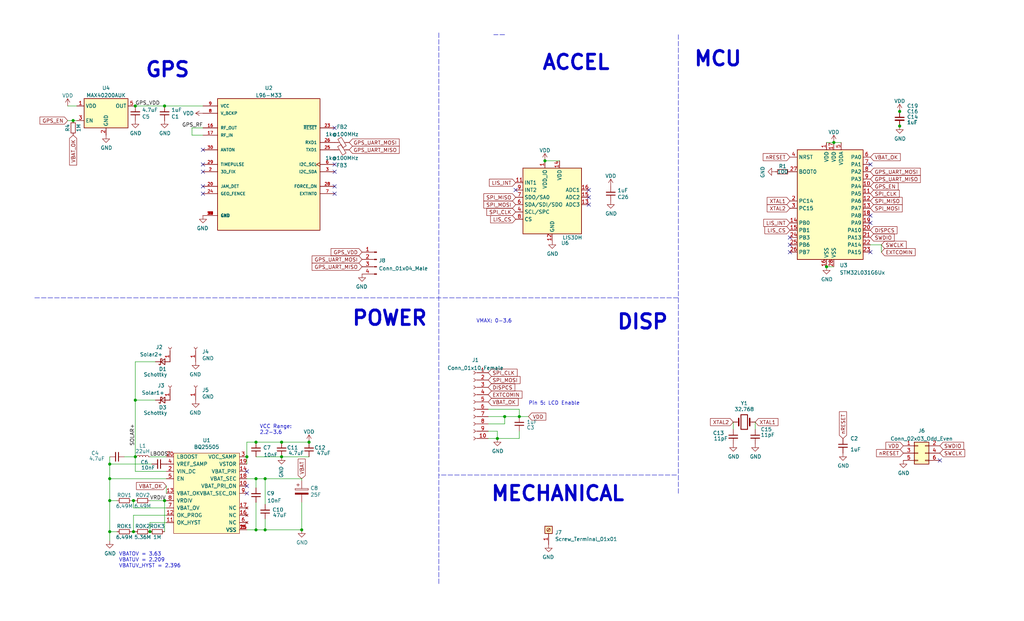
<source format=kicad_sch>
(kicad_sch (version 20211123) (generator eeschema)
  (paper "USLegal")
  (lib_symbols
    (symbol "Analog_Switch:MAX40200AUK"
      (property "Reference" "U" (at -6.35 6.35 0))
      (property "Value" "MAX40200AUK" (at 7.62 6.35 0))
      (symbol "MAX40200AUK_1_1"
        (rectangle (start -7.62 -5.08) (end 7.62 5.08) (stroke (width 0.254)) (fill (type background)))
        (pin power_in line (at -10.16 2.54 0) (length 2.54) (name "VDD") (number "1"))
        (pin power_in line (at 0 -7.62 90) (length 2.54) (name "GND") (number "2"))
        (pin input line (at -10.16 -2.54 0) (length 2.54) (name "EN") (number "3"))
        (pin no_connect line (at 7.62 -2.54 180) (length 2.54) hide (name "NC") (number "4"))
        (pin passive line (at 10.16 2.54 180) (length 2.54) (name "OUT") (number "5"))
      )
    )
    (symbol "Connector:Conn_01x01_Female" (pin_names (offset 1.016) hide)
      (property "Reference" "J" (at 0 2.54 0))
      (property "Value" "Conn_01x01_Female" (at 0 -2.54 0))
      (symbol "Conn_01x01_Female_1_1"
        (polyline (pts (xy -1.27 0) (xy -0.508 0)) (stroke (width 0.1524)))
        (arc (start 0 0.508) (mid -0.508 0) (end 0 -0.508) (stroke (width 0.1524)))
        (pin passive line (at -5.08 0 0) (length 3.81) (name "Pin_1") (number "1"))
      )
    )
    (symbol "Connector:Conn_01x04_Male" (pin_names (offset 1.016) hide)
      (property "Reference" "J" (at 0 5.08 0))
      (property "Value" "Conn_01x04_Male" (at 0 -7.62 0))
      (symbol "Conn_01x04_Male_1_1"
        (polyline (pts (xy 1.27 -5.08) (xy 0.8636 -5.08)) (stroke (width 0.1524)))
        (polyline (pts (xy 1.27 -2.54) (xy 0.8636 -2.54)) (stroke (width 0.1524)))
        (polyline (pts (xy 1.27 0) (xy 0.8636 0)) (stroke (width 0.1524)))
        (polyline (pts (xy 1.27 2.54) (xy 0.8636 2.54)) (stroke (width 0.1524)))
        (rectangle (start 0.8636 -4.953) (end 0 -5.207) (stroke (width 0.1524)) (fill (type outline)))
        (rectangle (start 0.8636 -2.413) (end 0 -2.667) (stroke (width 0.1524)) (fill (type outline)))
        (rectangle (start 0.8636 0.127) (end 0 -0.127) (stroke (width 0.1524)) (fill (type outline)))
        (rectangle (start 0.8636 2.667) (end 0 2.413) (stroke (width 0.1524)) (fill (type outline)))
        (pin passive line (at 5.08 2.54 180) (length 3.81) (name "Pin_1") (number "1"))
        (pin passive line (at 5.08 0 180) (length 3.81) (name "Pin_2") (number "2"))
        (pin passive line (at 5.08 -2.54 180) (length 3.81) (name "Pin_3") (number "3"))
        (pin passive line (at 5.08 -5.08 180) (length 3.81) (name "Pin_4") (number "4"))
      )
    )
    (symbol "Connector:Conn_01x10_Female" (pin_names (offset 1.016) hide)
      (property "Reference" "J" (at 0 12.7 0))
      (property "Value" "Conn_01x10_Female" (at 0 -15.24 0))
      (symbol "Conn_01x10_Female_1_1"
        (arc (start 0 -12.192) (mid -0.508 -12.7) (end 0 -13.208) (stroke (width 0.1524)))
        (arc (start 0 -9.652) (mid -0.508 -10.16) (end 0 -10.668) (stroke (width 0.1524)))
        (arc (start 0 -7.112) (mid -0.508 -7.62) (end 0 -8.128) (stroke (width 0.1524)))
        (arc (start 0 -4.572) (mid -0.508 -5.08) (end 0 -5.588) (stroke (width 0.1524)))
        (arc (start 0 -2.032) (mid -0.508 -2.54) (end 0 -3.048) (stroke (width 0.1524)))
        (polyline (pts (xy -1.27 -12.7) (xy -0.508 -12.7)) (stroke (width 0.1524)))
        (polyline (pts (xy -1.27 -10.16) (xy -0.508 -10.16)) (stroke (width 0.1524)))
        (polyline (pts (xy -1.27 -7.62) (xy -0.508 -7.62)) (stroke (width 0.1524)))
        (polyline (pts (xy -1.27 -5.08) (xy -0.508 -5.08)) (stroke (width 0.1524)))
        (polyline (pts (xy -1.27 -2.54) (xy -0.508 -2.54)) (stroke (width 0.1524)))
        (polyline (pts (xy -1.27 0) (xy -0.508 0)) (stroke (width 0.1524)))
        (polyline (pts (xy -1.27 2.54) (xy -0.508 2.54)) (stroke (width 0.1524)))
        (polyline (pts (xy -1.27 5.08) (xy -0.508 5.08)) (stroke (width 0.1524)))
        (polyline (pts (xy -1.27 7.62) (xy -0.508 7.62)) (stroke (width 0.1524)))
        (polyline (pts (xy -1.27 10.16) (xy -0.508 10.16)) (stroke (width 0.1524)))
        (arc (start 0 0.508) (mid -0.508 0) (end 0 -0.508) (stroke (width 0.1524)))
        (arc (start 0 3.048) (mid -0.508 2.54) (end 0 2.032) (stroke (width 0.1524)))
        (arc (start 0 5.588) (mid -0.508 5.08) (end 0 4.572) (stroke (width 0.1524)))
        (arc (start 0 8.128) (mid -0.508 7.62) (end 0 7.112) (stroke (width 0.1524)))
        (arc (start 0 10.668) (mid -0.508 10.16) (end 0 9.652) (stroke (width 0.1524)))
        (pin passive line (at -5.08 10.16 0) (length 3.81) (name "Pin_1") (number "1"))
        (pin passive line (at -5.08 -12.7 0) (length 3.81) (name "Pin_10") (number "10"))
        (pin passive line (at -5.08 7.62 0) (length 3.81) (name "Pin_2") (number "2"))
        (pin passive line (at -5.08 5.08 0) (length 3.81) (name "Pin_3") (number "3"))
        (pin passive line (at -5.08 2.54 0) (length 3.81) (name "Pin_4") (number "4"))
        (pin passive line (at -5.08 0 0) (length 3.81) (name "Pin_5") (number "5"))
        (pin passive line (at -5.08 -2.54 0) (length 3.81) (name "Pin_6") (number "6"))
        (pin passive line (at -5.08 -5.08 0) (length 3.81) (name "Pin_7") (number "7"))
        (pin passive line (at -5.08 -7.62 0) (length 3.81) (name "Pin_8") (number "8"))
        (pin passive line (at -5.08 -10.16 0) (length 3.81) (name "Pin_9") (number "9"))
      )
    )
    (symbol "Connector:Screw_Terminal_01x01" (pin_names (offset 1.016) hide)
      (property "Reference" "J" (at 0 2.54 0))
      (property "Value" "Screw_Terminal_01x01" (at 0 -2.54 0))
      (symbol "Screw_Terminal_01x01_1_1"
        (rectangle (start -1.27 1.27) (end 1.27 -1.27) (stroke (width 0.254)) (fill (type background)))
        (polyline (pts (xy -0.5334 0.3302) (xy 0.3302 -0.508)) (stroke (width 0.1524)))
        (polyline (pts (xy -0.3556 0.508) (xy 0.508 -0.3302)) (stroke (width 0.1524)))
        (circle (center 0 0) (radius 0.635) (stroke (width 0.1524)))
        (pin passive line (at -5.08 0 0) (length 3.81) (name "Pin_1") (number "1"))
      )
    )
    (symbol "Connector_Generic:Conn_02x03_Odd_Even" (pin_names (offset 1.016) hide)
      (property "Reference" "J" (at 1.27 5.08 0))
      (property "Value" "Conn_02x03_Odd_Even" (at 1.27 -5.08 0))
      (symbol "Conn_02x03_Odd_Even_1_1"
        (rectangle (start -1.27 -2.413) (end 0 -2.667) (stroke (width 0.1524)))
        (rectangle (start -1.27 0.127) (end 0 -0.127) (stroke (width 0.1524)))
        (rectangle (start -1.27 2.667) (end 0 2.413) (stroke (width 0.1524)))
        (rectangle (start -1.27 3.81) (end 3.81 -3.81) (stroke (width 0.254)) (fill (type background)))
        (rectangle (start 3.81 -2.413) (end 2.54 -2.667) (stroke (width 0.1524)))
        (rectangle (start 3.81 0.127) (end 2.54 -0.127) (stroke (width 0.1524)))
        (rectangle (start 3.81 2.667) (end 2.54 2.413) (stroke (width 0.1524)))
        (pin passive line (at -5.08 2.54 0) (length 3.81) (name "Pin_1") (number "1"))
        (pin passive line (at 7.62 2.54 180) (length 3.81) (name "Pin_2") (number "2"))
        (pin passive line (at -5.08 0 0) (length 3.81) (name "Pin_3") (number "3"))
        (pin passive line (at 7.62 0 180) (length 3.81) (name "Pin_4") (number "4"))
        (pin passive line (at -5.08 -2.54 0) (length 3.81) (name "Pin_5") (number "5"))
        (pin passive line (at 7.62 -2.54 180) (length 3.81) (name "Pin_6") (number "6"))
      )
    )
    (symbol "Device:C_Polarized" (pin_numbers hide) (pin_names (offset 0.254))
      (property "Reference" "C" (at 0.635 2.54 0))
      (property "Value" "C_Polarized" (at 0.635 -2.54 0))
      (symbol "C_Polarized_0_1"
        (rectangle (start -2.286 0.508) (end 2.286 1.016))
        (polyline (pts (xy -1.778 2.286) (xy -0.762 2.286)))
        (polyline (pts (xy -1.27 2.794) (xy -1.27 1.778)))
        (rectangle (start 2.286 -0.508) (end -2.286 -1.016) (fill (type outline)))
      )
      (symbol "C_Polarized_1_1"
        (pin passive line (at 0 3.81 270) (length 2.794) (name "~") (number "1"))
        (pin passive line (at 0 -3.81 90) (length 2.794) (name "~") (number "2"))
      )
    )
    (symbol "Device:C_Small" (pin_numbers hide) (pin_names (offset 0.254) hide)
      (property "Reference" "C" (at 0.254 1.778 0))
      (property "Value" "C_Small" (at 0.254 -2.032 0))
      (symbol "C_Small_0_1"
        (polyline (pts (xy -1.524 -0.508) (xy 1.524 -0.508)) (stroke (width 0.3302)))
        (polyline (pts (xy -1.524 0.508) (xy 1.524 0.508)) (stroke (width 0.3048)))
      )
      (symbol "C_Small_1_1"
        (pin passive line (at 0 2.54 270) (length 2.032) (name "~") (number "1"))
        (pin passive line (at 0 -2.54 90) (length 2.032) (name "~") (number "2"))
      )
    )
    (symbol "Device:Crystal" (pin_numbers hide) (pin_names (offset 1.016) hide)
      (property "Reference" "Y" (at 0 3.81 0))
      (property "Value" "Crystal" (at 0 -3.81 0))
      (symbol "Crystal_0_1"
        (rectangle (start -1.143 2.54) (end 1.143 -2.54) (stroke (width 0.3048)))
        (polyline (pts (xy -2.54 0) (xy -1.905 0)))
        (polyline (pts (xy -1.905 -1.27) (xy -1.905 1.27)) (stroke (width 0.508)))
        (polyline (pts (xy 1.905 -1.27) (xy 1.905 1.27)) (stroke (width 0.508)))
        (polyline (pts (xy 2.54 0) (xy 1.905 0)))
      )
      (symbol "Crystal_1_1"
        (pin passive line (at -3.81 0 0) (length 1.27) (name "1") (number "1"))
        (pin passive line (at 3.81 0 180) (length 1.27) (name "2") (number "2"))
      )
    )
    (symbol "Device:D_Schottky_Small" (pin_numbers hide) (pin_names (offset 0.254) hide)
      (property "Reference" "D" (at -1.27 2.032 0))
      (property "Value" "D_Schottky_Small" (at -7.112 -2.032 0))
      (symbol "D_Schottky_Small_0_1"
        (polyline (pts (xy -0.762 0) (xy 0.762 0)))
        (polyline (pts (xy 0.762 -1.016) (xy -0.762 0) (xy 0.762 1.016) (xy 0.762 -1.016)) (stroke (width 0.254)))
        (polyline (pts (xy -1.27 0.762) (xy -1.27 1.016) (xy -0.762 1.016) (xy -0.762 -1.016) (xy -0.254 -1.016) (xy -0.254 -0.762)) (stroke (width 0.254)))
      )
      (symbol "D_Schottky_Small_1_1"
        (pin passive line (at -2.54 0 0) (length 1.778) (name "K") (number "1"))
        (pin passive line (at 2.54 0 180) (length 1.778) (name "A") (number "2"))
      )
    )
    (symbol "Device:FerriteBead_Small" (pin_numbers hide) (pin_names (offset 0))
      (property "Reference" "FB" (at 1.905 1.27 0))
      (property "Value" "FerriteBead_Small" (at 1.905 -1.27 0))
      (symbol "FerriteBead_Small_0_1"
        (polyline (pts (xy 0 -1.27) (xy 0 -0.7874)))
        (polyline (pts (xy 0 0.889) (xy 0 1.2954)))
        (polyline (pts (xy -1.8288 0.2794) (xy -1.1176 1.4986) (xy 1.8288 -0.2032) (xy 1.1176 -1.4224) (xy -1.8288 0.2794)))
      )
      (symbol "FerriteBead_Small_1_1"
        (pin passive line (at 0 2.54 270) (length 1.27) (name "~") (number "1"))
        (pin passive line (at 0 -2.54 90) (length 1.27) (name "~") (number "2"))
      )
    )
    (symbol "Device:L_Small" (pin_numbers hide) (pin_names (offset 0.254) hide)
      (property "Reference" "L" (at 0.762 1.016 0))
      (property "Value" "L_Small" (at 0.762 -1.016 0))
      (symbol "L_Small_0_1"
        (arc (start 0 -2.032) (mid 0.508 -1.524) (end 0 -1.016))
        (arc (start 0 -1.016) (mid 0.508 -0.508) (end 0 0))
        (arc (start 0 0) (mid 0.508 0.508) (end 0 1.016))
        (arc (start 0 1.016) (mid 0.508 1.524) (end 0 2.032))
      )
      (symbol "L_Small_1_1"
        (pin passive line (at 0 2.54 270) (length 0.508) (name "~") (number "1"))
        (pin passive line (at 0 -2.54 90) (length 0.508) (name "~") (number "2"))
      )
    )
    (symbol "Device:R_Small" (pin_numbers hide) (pin_names (offset 0.254) hide)
      (property "Reference" "R" (at 0.762 0.508 0))
      (property "Value" "R_Small" (at 0.762 -1.016 0))
      (symbol "R_Small_0_1"
        (rectangle (start -0.762 1.778) (end 0.762 -1.778) (stroke (width 0.2032)))
      )
      (symbol "R_Small_1_1"
        (pin passive line (at 0 2.54 270) (length 0.762) (name "~") (number "1"))
        (pin passive line (at 0 -2.54 90) (length 0.762) (name "~") (number "2"))
      )
    )
    (symbol "Heliograph:L96-M33" (pin_names (offset 1.016))
      (property "Reference" "U" (at -17.8054 23.3934 0))
      (property "Value" "L96-M33" (at -17.8054 -25.4254 0))
      (symbol "L96-M33_0_0"
        (rectangle (start -17.78 -22.86) (end 17.78 22.86) (stroke (width 0.254)) (fill (type background)))
        (pin power_in line (at 22.86 -17.78 180) (length 5.08) (name "GND") (number "10"))
        (pin power_in line (at 22.86 -17.78 180) (length 5.08) (name "GND") (number "11"))
        (pin power_in line (at 22.86 -17.78 180) (length 5.08) (name "GND") (number "12"))
        (pin power_in line (at 22.86 -17.78 180) (length 5.08) (name "GND") (number "13"))
        (pin power_in line (at 22.86 -17.78 180) (length 5.08) (name "GND") (number "14"))
        (pin power_in line (at 22.86 -17.78 180) (length 5.08) (name "GND") (number "15"))
        (pin output line (at 22.86 12.7 180) (length 5.08) (name "RF_OUT") (number "16"))
        (pin input line (at 22.86 10.16 180) (length 5.08) (name "RF_IN") (number "17"))
        (pin power_in line (at 22.86 -17.78 180) (length 5.08) (name "GND") (number "18"))
        (pin power_in line (at 22.86 -17.78 180) (length 5.08) (name "GND") (number "19"))
        (pin output line (at 22.86 -2.54 180) (length 5.08) (name "3D_FIX") (number "2"))
        (pin output line (at 22.86 -7.62 180) (length 5.08) (name "JAM_DET") (number "20"))
        (pin power_in line (at 22.86 -17.78 180) (length 5.08) (name "GND") (number "21"))
        (pin power_in line (at 22.86 -17.78 180) (length 5.08) (name "GND") (number "22"))
        (pin input line (at -22.86 12.7 0) (length 5.08) (name "~{RESET}") (number "23"))
        (pin output line (at 22.86 -10.16 180) (length 5.08) (name "GEO_FENCE") (number "24"))
        (pin output line (at -22.86 5.08 0) (length 5.08) (name "TXD1") (number "25"))
        (pin input line (at -22.86 7.62 0) (length 5.08) (name "RXD1") (number "26"))
        (pin power_in line (at 22.86 -17.78 180) (length 5.08) (name "GND") (number "27"))
        (pin input line (at -22.86 -7.62 0) (length 5.08) (name "FORCE_ON") (number "28"))
        (pin output line (at 22.86 0 180) (length 5.08) (name "TIMEPULSE") (number "29"))
        (pin bidirectional line (at -22.86 -2.54 0) (length 5.08) (name "I2C_SDA") (number "3"))
        (pin output line (at 22.86 5.08 180) (length 5.08) (name "ANTON") (number "30"))
        (pin power_in line (at 22.86 -17.78 180) (length 5.08) (name "GND") (number "31"))
        (pin power_in line (at 22.86 -17.78 180) (length 5.08) (name "GND") (number "4"))
        (pin power_in line (at 22.86 -17.78 180) (length 5.08) (name "GND") (number "5"))
        (pin bidirectional clock (at -22.86 0 0) (length 5.08) (name "I2C_SCL") (number "6"))
        (pin input line (at -22.86 -10.16 0) (length 5.08) (name "EXTINT0") (number "7"))
        (pin power_in line (at 22.86 17.78 180) (length 5.08) (name "V_BCKP") (number "8"))
        (pin power_in line (at 22.86 20.32 180) (length 5.08) (name "VCC") (number "9"))
      )
    )
    (symbol "MCU_ST_STM32L0:STM32L031G6Ux"
      (property "Reference" "U" (at -12.7 19.05 0))
      (property "Value" "STM32L031G6Ux" (at 5.08 19.05 0))
      (symbol "STM32L031G6Ux_0_1"
        (rectangle (start -12.7 -20.32) (end 10.16 17.78) (stroke (width 0.254)) (fill (type background)))
      )
      (symbol "STM32L031G6Ux_1_1"
        (pin power_in line (at -2.54 20.32 270) (length 2.54) (name "VDD") (number "1"))
        (pin bidirectional line (at 12.7 5.08 180) (length 2.54) (name "PA4") (number "10"))
        (pin bidirectional line (at 12.7 2.54 180) (length 2.54) (name "PA5") (number "11"))
        (pin bidirectional line (at 12.7 0 180) (length 2.54) (name "PA6") (number "12"))
        (pin bidirectional line (at 12.7 -2.54 180) (length 2.54) (name "PA7") (number "13"))
        (pin bidirectional line (at -15.24 -7.62 0) (length 2.54) (name "PB0") (number "14"))
        (pin bidirectional line (at -15.24 -10.16 0) (length 2.54) (name "PB1") (number "15"))
        (pin power_in line (at -2.54 -22.86 90) (length 2.54) (name "VSS") (number "16"))
        (pin power_in line (at 0 20.32 270) (length 2.54) (name "VDD") (number "17"))
        (pin bidirectional line (at 12.7 -5.08 180) (length 2.54) (name "PA8") (number "18"))
        (pin bidirectional line (at 12.7 -7.62 180) (length 2.54) (name "PA9") (number "19"))
        (pin bidirectional line (at -15.24 0 0) (length 2.54) (name "PC14") (number "2"))
        (pin bidirectional line (at 12.7 -10.16 180) (length 2.54) (name "PA10") (number "20"))
        (pin bidirectional line (at 12.7 -12.7 180) (length 2.54) (name "PA13") (number "21"))
        (pin bidirectional line (at 12.7 -15.24 180) (length 2.54) (name "PA14") (number "22"))
        (pin bidirectional line (at 12.7 -17.78 180) (length 2.54) (name "PA15") (number "23"))
        (pin bidirectional line (at -15.24 -12.7 0) (length 2.54) (name "PB3") (number "24"))
        (pin bidirectional line (at -15.24 -15.24 0) (length 2.54) (name "PB6") (number "25"))
        (pin bidirectional line (at -15.24 -17.78 0) (length 2.54) (name "PB7") (number "26"))
        (pin input line (at -15.24 10.16 0) (length 2.54) (name "BOOT0") (number "27"))
        (pin power_in line (at 0 -22.86 90) (length 2.54) (name "VSS") (number "28"))
        (pin bidirectional line (at -15.24 -2.54 0) (length 2.54) (name "PC15") (number "3"))
        (pin input line (at -15.24 15.24 0) (length 2.54) (name "NRST") (number "4"))
        (pin power_in line (at 2.54 20.32 270) (length 2.54) (name "VDDA") (number "5"))
        (pin bidirectional line (at 12.7 15.24 180) (length 2.54) (name "PA0") (number "6"))
        (pin bidirectional line (at 12.7 12.7 180) (length 2.54) (name "PA1") (number "7"))
        (pin bidirectional line (at 12.7 10.16 180) (length 2.54) (name "PA2") (number "8"))
        (pin bidirectional line (at 12.7 7.62 180) (length 2.54) (name "PA3") (number "9"))
      )
    )
    (symbol "MargoGeneral:BQ25505" (pin_names (offset 1.016))
      (property "Reference" "U" (at 17.78 30.48 0))
      (property "Value" "BQ25505" (at 5.08 30.48 0))
      (symbol "BQ25505_0_1"
        (rectangle (start 0 0) (end 22.86 27.94) (fill (type background)))
      )
      (symbol "BQ25505_1_1"
        (pin input line (at 25.4 1.27 180) (length 2.54) (name "VSS") (number "1"))
        (pin input line (at 25.4 16.51 180) (length 2.54) (name "VBAT_PRI_ON") (number "10"))
        (pin input line (at -2.54 3.81 0) (length 2.54) (name "OK_HYST") (number "11"))
        (pin input line (at -2.54 6.35 0) (length 2.54) (name "OK_PROG") (number "12"))
        (pin input line (at -2.54 13.97 0) (length 2.54) (name "VBAT_OK") (number "13"))
        (pin input line (at 25.4 21.59 180) (length 2.54) (name "VBAT_PRI") (number "14"))
        (pin input line (at 25.4 1.27 180) (length 2.54) (name "VSS") (number "15"))
        (pin no_connect line (at 25.4 6.35 180) (length 2.54) (name "NC") (number "16"))
        (pin no_connect line (at 25.4 8.89 180) (length 2.54) (name "NC") (number "17"))
        (pin input line (at 25.4 19.05 180) (length 2.54) (name "VBAT_SEC") (number "18"))
        (pin input line (at 25.4 24.13 180) (length 2.54) (name "VSTOR") (number "19"))
        (pin input line (at -2.54 21.59 0) (length 2.54) (name "VIN_DC") (number "2"))
        (pin input line (at -2.54 26.67 0) (length 2.54) (name "LBOOST") (number "20"))
        (pin input line (at 25.4 1.27 180) (length 2.54) (name "VSS") (number "21"))
        (pin input line (at 25.4 26.67 180) (length 2.54) (name "VOC_SAMP") (number "3"))
        (pin input line (at -2.54 24.13 0) (length 2.54) (name "VREF_SAMP") (number "4"))
        (pin input line (at -2.54 19.05 0) (length 2.54) (name "EN") (number "5"))
        (pin no_connect line (at 25.4 3.81 180) (length 2.54) (name "NC") (number "6"))
        (pin input line (at -2.54 8.89 0) (length 2.54) (name "VBAT_OV") (number "7"))
        (pin input line (at -2.54 11.43 0) (length 2.54) (name "VRDIV") (number "8"))
        (pin input line (at 25.4 13.97 180) (length 2.54) (name "VBAT_SEC_ON") (number "9"))
      )
    )
    (symbol "Sensor_Motion:LIS3DH"
      (property "Reference" "U" (at -7.62 11.43 0))
      (property "Value" "LIS3DH" (at 6.35 11.43 0))
      (symbol "LIS3DH_0_1"
        (rectangle (start -10.16 10.16) (end 10.16 -12.7) (stroke (width 0.254)) (fill (type background)))
      )
      (symbol "LIS3DH_1_1"
        (pin power_in line (at -2.54 12.7 270) (length 2.54) (name "VDD_IO") (number "1"))
        (pin passive line (at 0 -15.24 90) (length 2.54) hide (name "GND") (number "10"))
        (pin output line (at -12.7 5.08 0) (length 2.54) (name "INT1") (number "11"))
        (pin power_in line (at 0 -15.24 90) (length 2.54) (name "GND") (number "12"))
        (pin input line (at 12.7 -2.54 180) (length 2.54) (name "ADC3") (number "13"))
        (pin power_in line (at 2.54 12.7 270) (length 2.54) (name "VDD") (number "14"))
        (pin input line (at 12.7 0 180) (length 2.54) (name "ADC2") (number "15"))
        (pin input line (at 12.7 2.54 180) (length 2.54) (name "ADC1") (number "16"))
        (pin no_connect line (at 10.16 5.08 180) (length 2.54) hide (name "NC") (number "2"))
        (pin no_connect line (at 10.16 7.62 180) (length 2.54) hide (name "NC") (number "3"))
        (pin input line (at -12.7 -5.08 0) (length 2.54) (name "SCL/SPC") (number "4"))
        (pin passive line (at 0 -15.24 90) (length 2.54) hide (name "GND") (number "5"))
        (pin bidirectional line (at -12.7 -2.54 0) (length 2.54) (name "SDA/SDI/SDO") (number "6"))
        (pin bidirectional line (at -12.7 0 0) (length 2.54) (name "SDO/SA0") (number "7"))
        (pin input line (at -12.7 -7.62 0) (length 2.54) (name "CS") (number "8"))
        (pin output line (at -12.7 2.54 0) (length 2.54) (name "INT2") (number "9"))
      )
    )
    (symbol "power:GND" (power) (pin_names (offset 0))
      (property "Value" "GND" (at 0 -3.81 0))
      (symbol "GND_0_1"
        (polyline (pts (xy 0 0) (xy 0 -1.27) (xy 1.27 -1.27) (xy 0 -2.54) (xy -1.27 -1.27) (xy 0 -1.27)))
      )
      (symbol "GND_1_1"
        (pin power_in line (at 0 0 270) (length 0) hide (name "GND") (number "1"))
      )
    )
    (symbol "power:VDD" (power) (pin_names (offset 0))
      (property "Value" "VDD" (at 0 3.81 0))
      (symbol "VDD_0_1"
        (polyline (pts (xy -0.762 1.27) (xy 0 2.54)))
        (polyline (pts (xy 0 0) (xy 0 2.54)))
        (polyline (pts (xy 0 2.54) (xy 0.762 1.27)))
      )
      (symbol "VDD_1_1"
        (pin power_in line (at 0 0 90) (length 0) hide (name "VDD") (number "1"))
      )
    )
  )
  (junction (at 312.42 43.815))
  (junction (at 92.075 184.15))
  (junction (at 46.99 36.83))
  (junction (at 25.4 41.91))
  (junction (at 88.9 184.15))
  (junction (at 85.725 158.75))
  (junction (at 312.42 38.735))
  (junction (at 38.1 173.99))
  (junction (at 52.07 184.785))
  (junction (at 88.9 166.37))
  (junction (at 189.23 55.88))
  (junction (at 46.355 184.785))
  (junction (at 97.79 153.67))
  (junction (at 46.355 173.99))
  (junction (at 92.075 166.37))
  (junction (at 287.02 92.71))
  (junction (at 46.99 139.065))
  (junction (at 57.15 36.83))
  (junction (at 180.34 144.78))
  (junction (at 289.56 49.53))
  (junction (at 57.15 173.99))
  (junction (at 104.775 184.15))
  (junction (at 46.99 158.75))
  (junction (at 97.79 158.75))
  (junction (at 38.1 166.37))
  (junction (at 107.315 153.67))
  (junction (at 172.72 152.4))
  (junction (at 88.9 153.67))
  (junction (at 175.26 144.78))
  (junction (at 38.1 184.785))
  (junction (at 38.1 161.29))
  (no_connect (at 302.26 77.47))
  (no_connect (at 204.47 71.12))
  (no_connect (at 85.725 171.45))
  (no_connect (at 302.26 57.15))
  (no_connect (at 204.47 68.58))
  (no_connect (at 326.39 160.02))
  (no_connect (at 274.32 85.09))
  (no_connect (at 70.485 64.77))
  (no_connect (at 70.485 67.31))
  (no_connect (at 70.485 59.69))
  (no_connect (at 70.485 57.15))
  (no_connect (at 70.485 52.07))
  (no_connect (at 274.32 87.63))
  (no_connect (at 179.07 66.04))
  (no_connect (at 204.47 66.04))
  (no_connect (at 302.26 87.63))
  (no_connect (at 302.26 74.93))
  (no_connect (at 274.32 82.55))
  (no_connect (at 116.205 44.45))
  (no_connect (at 116.205 57.15))
  (no_connect (at 116.205 59.69))
  (no_connect (at 116.205 64.77))
  (no_connect (at 116.205 67.31))
  (no_connect (at 85.725 168.91))
  (no_connect (at 85.725 163.83))
  (wire (pts (xy 46.355 176.53) (xy 57.785 176.53)))
  (wire (pts (xy 88.9 184.15) (xy 85.725 184.15)))
  (wire (pts (xy 172.72 149.86) (xy 172.72 152.4)))
  (wire (pts (xy 92.075 180.34) (xy 92.075 184.15)))
  (wire (pts (xy 287.02 92.71) (xy 289.56 92.71)))
  (wire (pts (xy 180.34 149.86) (xy 180.34 152.4)))
  (wire (pts (xy 57.785 166.37) (xy 38.1 166.37)))
  (wire (pts (xy 46.99 36.83) (xy 57.15 36.83)))
  (wire (pts (xy 25.4 41.91) (xy 26.67 41.91)))
  (wire (pts (xy 175.26 147.32) (xy 175.26 144.78)))
  (wire (pts (xy 38.1 187.96) (xy 38.1 184.785)))
  (wire (pts (xy 57.15 173.99) (xy 57.15 184.785)))
  (wire (pts (xy 38.1 173.99) (xy 38.1 166.37)))
  (wire (pts (xy 104.775 167.005) (xy 104.775 166.37)))
  (wire (pts (xy 262.255 146.685) (xy 262.255 149.225)))
  (wire (pts (xy 57.785 168.91) (xy 57.785 171.45)))
  (wire (pts (xy 57.785 173.99) (xy 57.15 173.99)))
  (wire (pts (xy 180.34 142.24) (xy 180.34 144.78)))
  (wire (pts (xy 53.975 139.065) (xy 46.99 139.065)))
  (wire (pts (xy 92.075 175.26) (xy 92.075 166.37)))
  (wire (pts (xy 46.99 163.83) (xy 57.785 163.83)))
  (wire (pts (xy 85.725 161.29) (xy 85.725 158.75)))
  (wire (pts (xy 104.775 174.625) (xy 104.775 184.15)))
  (polyline (pts (xy 12.065 103.505) (xy 235.585 103.505)))
  (wire (pts (xy 66.675 44.45) (xy 66.675 46.99)))
  (wire (pts (xy 38.1 173.99) (xy 40.64 173.99)))
  (wire (pts (xy 46.355 184.785) (xy 46.99 184.785)))
  (wire (pts (xy 169.545 147.32) (xy 175.26 147.32)))
  (wire (pts (xy 92.075 166.37) (xy 104.775 166.37)))
  (wire (pts (xy 52.07 181.61) (xy 52.07 184.785)))
  (wire (pts (xy 92.075 184.15) (xy 104.775 184.15)))
  (wire (pts (xy 23.495 41.91) (xy 25.4 41.91)))
  (wire (pts (xy 88.9 184.15) (xy 92.075 184.15)))
  (wire (pts (xy 169.545 144.78) (xy 175.26 144.78)))
  (wire (pts (xy 45.72 184.785) (xy 46.355 184.785)))
  (wire (pts (xy 57.15 36.83) (xy 70.485 36.83)))
  (polyline (pts (xy 234.95 165.1) (xy 152.4 165.1)))
  (wire (pts (xy 88.9 153.67) (xy 97.79 153.67)))
  (wire (pts (xy 254.635 146.685) (xy 254.635 149.225)))
  (wire (pts (xy 23.495 36.83) (xy 26.67 36.83)))
  (wire (pts (xy 169.545 142.24) (xy 180.34 142.24)))
  (wire (pts (xy 287.02 49.53) (xy 289.56 49.53)))
  (wire (pts (xy 289.56 49.53) (xy 292.1 49.53)))
  (wire (pts (xy 46.99 139.065) (xy 46.99 158.75)))
  (wire (pts (xy 175.26 144.78) (xy 180.34 144.78)))
  (wire (pts (xy 46.99 158.75) (xy 46.99 163.83)))
  (wire (pts (xy 38.1 166.37) (xy 38.1 161.29)))
  (wire (pts (xy 46.355 179.07) (xy 46.355 184.785)))
  (wire (pts (xy 46.355 173.99) (xy 45.72 173.99)))
  (wire (pts (xy 169.545 152.4) (xy 172.72 152.4)))
  (wire (pts (xy 43.18 158.75) (xy 46.99 158.75)))
  (polyline (pts (xy 235.585 171.45) (xy 235.585 12.065)))
  (wire (pts (xy 85.725 166.37) (xy 88.9 166.37)))
  (polyline (pts (xy 152.4 11.43) (xy 152.4 203.2)))
  (wire (pts (xy 85.725 158.75) (xy 85.725 153.67)))
  (wire (pts (xy 88.9 158.75) (xy 97.79 158.75)))
  (wire (pts (xy 97.79 158.75) (xy 107.315 158.75)))
  (wire (pts (xy 172.72 152.4) (xy 180.34 152.4)))
  (wire (pts (xy 302.26 85.09) (xy 306.07 85.09)))
  (polyline (pts (xy 175.26 12.065) (xy 171.45 12.065)))
  (wire (pts (xy 38.1 161.29) (xy 52.705 161.29)))
  (wire (pts (xy 180.34 144.78) (xy 183.515 144.78)))
  (wire (pts (xy 88.9 166.37) (xy 88.9 169.545)))
  (wire (pts (xy 70.485 46.99) (xy 66.675 46.99)))
  (wire (pts (xy 88.9 166.37) (xy 92.075 166.37)))
  (wire (pts (xy 85.725 153.67) (xy 88.9 153.67)))
  (wire (pts (xy 88.9 174.625) (xy 88.9 184.15)))
  (wire (pts (xy 169.545 149.86) (xy 172.72 149.86)))
  (wire (pts (xy 57.15 173.99) (xy 52.07 173.99)))
  (wire (pts (xy 306.07 87.63) (xy 306.07 85.09)))
  (wire (pts (xy 52.07 181.61) (xy 57.785 181.61)))
  (wire (pts (xy 97.79 153.67) (xy 107.315 153.67)))
  (wire (pts (xy 38.1 173.99) (xy 38.1 184.785)))
  (wire (pts (xy 46.99 125.73) (xy 46.99 139.065)))
  (wire (pts (xy 57.785 179.07) (xy 46.355 179.07)))
  (wire (pts (xy 38.1 158.75) (xy 38.1 161.29)))
  (wire (pts (xy 46.99 173.99) (xy 46.355 173.99)))
  (wire (pts (xy 194.31 55.88) (xy 189.23 55.88)))
  (wire (pts (xy 38.1 184.785) (xy 40.64 184.785)))
  (wire (pts (xy 52.07 158.75) (xy 57.785 158.75)))
  (wire (pts (xy 70.485 44.45) (xy 66.675 44.45)))
  (wire (pts (xy 53.975 125.73) (xy 46.99 125.73)))
  (wire (pts (xy 46.355 173.99) (xy 46.355 176.53)))
  (text "GPS" (at 50.165 27.305 0) (effects (font (size 5.0038 5.0038) (thickness 1.0008) bold) (justify left bottom)))
  (text "VCC Range:\n2.2-3.6" (at 90.17 151.13 0) (effects (font (size 1.27 1.27)) (justify left bottom)))
  (text "MCU" (at 240.665 23.495 0) (effects (font (size 5.0038 5.0038) (thickness 1.0008) bold) (justify left bottom)))
  (text "ACCEL" (at 187.96 24.765 0) (effects (font (size 5.0038 5.0038) (thickness 1.0008) bold) (justify left bottom)))
  (text "Pin 5: LCD Enable" (at 183.515 140.97 0) (effects (font (size 1.27 1.27)) (justify left bottom)))
  (text "DISP" (at 232.41 114.935 180) (effects (font (size 5.0038 5.0038) (thickness 1.0008) bold) (justify right bottom)))
  (text "VBATOV = 3.63\nVBATUV = 2.209\nVBATUV_HYST = 2.396\n" (at 41.275 197.485 0) (effects (font (size 1.27 1.27)) (justify left bottom)))
  (text "POWER" (at 121.92 113.665 0) (effects (font (size 5.0038 5.0038) (thickness 1.0008) bold) (justify left bottom)))
  (text "MECHANICAL" (at 170.18 174.625 0) (effects (font (size 5.0038 5.0038) (thickness 1.0008) bold) (justify left bottom)))
  (text "VMAX: 0-3.6" (at 177.8 112.395 180) (effects (font (size 1.27 1.27)) (justify right bottom)))
  (label "SOLAR+" (at 46.99 154.94 90))
  (label "GPS_VDD" (at 46.99 36.83 0))
  (label "LBOOST" (at 52.07 158.75 0))
  (label "GPS_RF" (at 70.485 44.45 180))
  (label "VRDIV" (at 52.07 173.99 0))
  (global_label "SPI_MOSI" (shape input) (at 179.07 71.12 180) (property "Intersheet References" "${INTERSHEET_REFS}" (effects hide)))
  (global_label "SWCLK" (shape input) (at 326.39 157.48 0) (property "Intersheet References" "${INTERSHEET_REFS}" (effects hide)))
  (global_label "SPI_MISO" (shape input) (at 302.26 69.85 0) (property "Intersheet References" "${INTERSHEET_REFS}" (effects hide)))
  (global_label "GPS_EN" (shape input) (at 23.495 41.91 180) (property "Intersheet References" "${INTERSHEET_REFS}" (effects hide)))
  (global_label "GPS_UART_MISO" (shape input) (at 302.26 62.23 0) (property "Intersheet References" "${INTERSHEET_REFS}" (effects hide)))
  (global_label "SPI_CLK" (shape input) (at 302.26 67.31 0) (property "Intersheet References" "${INTERSHEET_REFS}" (effects hide)))
  (global_label "GPS_UART_MISO" (shape input) (at 125.73 92.71 180) (property "Intersheet References" "${INTERSHEET_REFS}" (effects hide)))
  (global_label "VBAT_OK" (shape input) (at 302.26 54.61 0) (property "Intersheet References" "${INTERSHEET_REFS}" (effects hide)))
  (global_label "GPS_VDD" (shape input) (at 125.73 87.63 180) (property "Intersheet References" "${INTERSHEET_REFS}" (effects hide)))
  (global_label "VDD" (shape input) (at 313.69 154.94 180) (property "Intersheet References" "${INTERSHEET_REFS}" (effects hide)))
  (global_label "GPS_UART_MOSI" (shape input) (at 121.285 49.53 0) (property "Intersheet References" "${INTERSHEET_REFS}" (effects hide)))
  (global_label "GPS_EN" (shape input) (at 302.26 64.77 0) (property "Intersheet References" "${INTERSHEET_REFS}" (effects hide)))
  (global_label "XTAL2" (shape input) (at 274.32 72.39 180) (property "Intersheet References" "${INTERSHEET_REFS}" (effects hide)))
  (global_label "GPS_UART_MISO" (shape input) (at 121.285 52.07 0) (property "Intersheet References" "${INTERSHEET_REFS}" (effects hide)))
  (global_label "DISPCS" (shape input) (at 302.26 80.01 0) (property "Intersheet References" "${INTERSHEET_REFS}" (effects hide)))
  (global_label "SPI_MISO" (shape input) (at 179.07 68.58 180) (property "Intersheet References" "${INTERSHEET_REFS}" (effects hide)))
  (global_label "SPI_CLK" (shape input) (at 169.545 129.54 0) (property "Intersheet References" "${INTERSHEET_REFS}" (effects hide)))
  (global_label "nRESET" (shape input) (at 313.69 157.48 180) (property "Intersheet References" "${INTERSHEET_REFS}" (effects hide)))
  (global_label "GPS_UART_MOSI" (shape input) (at 125.73 90.17 180) (property "Intersheet References" "${INTERSHEET_REFS}" (effects hide)))
  (global_label "XTAL1" (shape input) (at 274.32 69.85 180) (property "Intersheet References" "${INTERSHEET_REFS}" (effects hide)))
  (global_label "SPI_MOSI" (shape input) (at 302.26 72.39 0) (property "Intersheet References" "${INTERSHEET_REFS}" (effects hide)))
  (global_label "EXTCOMIN" (shape input) (at 306.07 87.63 0) (property "Intersheet References" "${INTERSHEET_REFS}" (effects hide)))
  (global_label "SWDIO" (shape input) (at 302.26 82.55 0) (property "Intersheet References" "${INTERSHEET_REFS}" (effects hide)))
  (global_label "SWDIO" (shape input) (at 326.39 154.94 0) (property "Intersheet References" "${INTERSHEET_REFS}" (effects hide)))
  (global_label "SPI_CLK" (shape input) (at 179.07 73.66 180) (property "Intersheet References" "${INTERSHEET_REFS}" (effects hide)))
  (global_label "DISPCS" (shape input) (at 169.545 134.62 0) (property "Intersheet References" "${INTERSHEET_REFS}" (effects hide)))
  (global_label "LIS_INT" (shape input) (at 274.32 77.47 180) (property "Intersheet References" "${INTERSHEET_REFS}" (effects hide)))
  (global_label "VBAT_OK" (shape input) (at 25.4 46.99 270) (property "Intersheet References" "${INTERSHEET_REFS}" (effects hide)))
  (global_label "XTAL1" (shape input) (at 262.255 146.685 0) (property "Intersheet References" "${INTERSHEET_REFS}" (effects hide)))
  (global_label "LIS_CS" (shape input) (at 179.07 76.2 180) (property "Intersheet References" "${INTERSHEET_REFS}" (effects hide)))
  (global_label "nRESET" (shape input) (at 274.32 54.61 180) (property "Intersheet References" "${INTERSHEET_REFS}" (effects hide)))
  (global_label "nRESET" (shape input) (at 292.735 152.4 90) (property "Intersheet References" "${INTERSHEET_REFS}" (effects hide)))
  (global_label "EXTCOMIN" (shape input) (at 169.545 137.16 0) (property "Intersheet References" "${INTERSHEET_REFS}" (effects hide)))
  (global_label "SPI_MOSI" (shape input) (at 169.545 132.08 0) (property "Intersheet References" "${INTERSHEET_REFS}" (effects hide)))
  (global_label "SWCLK" (shape input) (at 306.07 85.09 0) (property "Intersheet References" "${INTERSHEET_REFS}" (effects hide)))
  (global_label "LIS_INT" (shape input) (at 179.07 63.5 180) (property "Intersheet References" "${INTERSHEET_REFS}" (effects hide)))
  (global_label "XTAL2" (shape input) (at 254.635 146.685 180) (property "Intersheet References" "${INTERSHEET_REFS}" (effects hide)))
  (global_label "VBAT_OK" (shape input) (at 169.545 139.7 0) (property "Intersheet References" "${INTERSHEET_REFS}" (effects hide)))
  (global_label "LIS_CS" (shape input) (at 274.32 80.01 180) (property "Intersheet References" "${INTERSHEET_REFS}" (effects hide)))
  (global_label "VBAT" (shape input) (at 104.775 166.37 90) (property "Intersheet References" "${INTERSHEET_REFS}" (effects hide)))
  (global_label "VDD" (shape input) (at 183.515 144.78 0) (property "Intersheet References" "${INTERSHEET_REFS}" (effects hide)))
  (global_label "GPS_UART_MOSI" (shape input) (at 302.26 59.69 0) (property "Intersheet References" "${INTERSHEET_REFS}" (effects hide)))
  (global_label "VBAT_OK" (shape input) (at 57.785 168.91 180) (property "Intersheet References" "${INTERSHEET_REFS}" (effects hide)))
  (symbol (lib_id "Sensor_Motion:LIS3DH") (at 191.77 68.58 0) (unit 1)
    (property "Reference" "U6" (at 196.215 84.455 0))
    (property "Value" "LIS3DH" (at 198.755 82.55 0))
    (property "Footprint" "Package_LGA:LGA-16_3x3mm_P0.5mm_LayoutBorder3x5y" (effects hide))
    (property "Datasheet" "https://www.st.com/resource/en/datasheet/cd00274221.pdf" (effects hide))
  )
  (symbol (lib_id "Device:C_Small") (at 212.09 67.31 0) (mirror x) (unit 1)
    (property "Reference" "C26" (at 214.4268 68.4784 0) (effects (justify left)))
    (property "Value" "1uF" (at 214.4268 66.167 0) (effects (justify left)))
    (property "Footprint" "Capacitor_SMD:C_0603_1608Metric" (effects hide))
  )
  (symbol (lib_id "power:GND") (at 191.77 83.82 0) (unit 1)
    (property "Reference" "#PWR0126" (effects hide))
    (property "Value" "GND" (at 191.897 88.2142 0))
  )
  (symbol (lib_id "power:GND") (at 212.09 69.85 0) (unit 1)
    (property "Reference" "#PWR0127" (effects hide))
    (property "Value" "GND" (at 212.217 74.2442 0))
  )
  (symbol (lib_id "Connector:Screw_Terminal_01x01") (at 190.5 184.15 90) (unit 1)
    (property "Reference" "J7" (at 192.7352 185.0644 90) (effects (justify right)))
    (property "Value" "Screw_Terminal_01x01" (at 192.7352 187.3758 90) (effects (justify right)))
    (property "Footprint" "Heliograph:M4_RA_7792" (effects hide))
    (property "Part" "7792" (effects hide))
    (property "Manufacture" "Keystone Electronics" (effects hide))
  )
  (symbol (lib_id "power:GND") (at 190.5 189.23 0) (mirror y) (unit 1)
    (property "Reference" "#PWR0125" (effects hide))
    (property "Value" "GND" (at 190.373 193.6242 0))
  )
  (symbol (lib_id "power:GND") (at 262.255 154.305 0) (unit 1)
    (property "Reference" "#PWR010" (effects hide))
    (property "Value" "GND" (at 262.382 158.6992 0))
  )
  (symbol (lib_id "Heliograph:L96-M33") (at 93.345 57.15 0) (mirror y) (unit 1)
    (property "Reference" "U2" (at 93.345 30.5902 0))
    (property "Value" "L96-M33" (at 93.345 33.1271 0))
    (property "Footprint" "XCVR_L96-M33" (effects hide))
    (property "AVAILABILITY" "Unavailable" (effects hide))
    (property "DESCRIPTION" "L96 is a concurrent multi-GNSS receiver module with embedded chip antenna. With 33 tracking channels, 99 acquisition channels and 210 PRN channels, L96 supports concurrent reception of up to three GNSS systems _GPS+GLONASS+Galileo_" (effects hide))
    (property "MF" "Quectel Wireless Solutions Co., Ltd" (effects hide))
    (property "PACKAGE" "SOIC-8 Quectel Wireless Solutions Co., Ltd" (effects hide))
    (property "PRICE" "None" (effects hide))
    (property "MP" "L96" (effects hide))
  )
  (symbol (lib_id "Device:C_Small") (at 88.9 156.21 0) (mirror x) (unit 1)
    (property "Reference" "C7" (at 92.71 155.575 0))
    (property "Value" "10nF" (at 93.98 158.115 0))
    (property "Footprint" "Capacitor_SMD:C_0603_1608Metric" (effects hide))
  )
  (symbol (lib_id "Device:C_Polarized") (at 104.775 170.815 0) (unit 1)
    (property "Reference" "C8" (at 107.7722 169.6466 0) (effects (justify left)))
    (property "Value" "25F" (at 107.7722 171.958 0) (effects (justify left)))
    (property "Footprint" "Heliograph:TPLC3R8-25MR8X20" (effects hide))
    (property "Part" "TPLC3R8-25MR8X20" (effects hide))
  )
  (symbol (lib_id "Device:R_Small") (at 54.61 184.785 270) (mirror x) (unit 1)
    (property "Reference" "ROK3" (at 54.61 182.88 90))
    (property "Value" "1M" (at 54.61 186.69 90))
    (property "Footprint" "Resistor_SMD:R_0603_1608Metric" (effects hide))
  )
  (symbol (lib_id "power:GND") (at 287.02 92.71 0) (unit 1)
    (property "Reference" "#PWR0105" (effects hide))
    (property "Value" "GND" (at 287.147 97.1042 0))
  )
  (symbol (lib_id "power:GND") (at 125.73 95.25 0) (mirror y) (unit 1)
    (property "Reference" "#PWR0112" (effects hide))
    (property "Value" "GND" (at 125.603 99.6442 0))
  )
  (symbol (lib_id "Device:Crystal") (at 258.445 146.685 0) (mirror y) (unit 1)
    (property "Reference" "Y1" (at 258.445 140.1531 0))
    (property "Value" "32.768" (at 258.445 142.24 0))
    (property "Footprint" "Crystal:Crystal_SMD_3215-2Pin_3.2x1.5mm" (effects hide))
    (property "Part" "SC32S-7PF20PPM" (effects hide))
  )
  (symbol (lib_id "Connector_Generic:Conn_02x03_Odd_Even") (at 318.77 157.48 0) (unit 1)
    (property "Reference" "J6" (at 320.04 149.7035 0))
    (property "Value" "Conn_02x03_Odd_Even" (at 320.04 152.4786 0))
    (property "Footprint" "Connector:Tag-Connect_TC2030-IDC-NL_2x03_P1.27mm_Vertical" (effects hide))
  )
  (symbol (lib_id "power:VDD") (at 107.315 153.67 0) (unit 1)
    (property "Reference" "#PWR0109" (effects hide))
    (property "Value" "VDD" (at 107.315 150.0655 0))
  )
  (symbol (lib_id "Connector:Conn_01x10_Female") (at 164.465 139.7 0) (mirror y) (unit 1)
    (property "Reference" "J1" (at 165.1 125.1163 0))
    (property "Value" "Conn_01x10_Female" (at 165.1 127.8914 0))
    (property "Footprint" "Heliograph:LS013B7DH03" (effects hide))
  )
  (symbol (lib_id "Connector:Conn_01x01_Female") (at 67.945 133.985 90) (unit 1)
    (property "Reference" "J5" (at 70.1802 135.5598 90) (effects (justify right)))
    (property "Value" "GND" (at 70.1802 137.8712 90) (effects (justify right)))
    (property "Footprint" "Connector_PinHeader_2.54mm:PinHeader_1x01_P2.54mm_Vertical" (effects hide))
  )
  (symbol (lib_id "power:GND") (at 57.15 41.91 0) (unit 1)
    (property "Reference" "#PWR0101" (effects hide))
    (property "Value" "GND" (at 57.277 46.3042 0))
  )
  (symbol (lib_id "power:VDD") (at 23.495 36.83 0) (unit 1)
    (property "Reference" "#PWR0108" (effects hide))
    (property "Value" "VDD" (at 23.495 33.2255 0))
  )
  (symbol (lib_id "power:VDD") (at 189.23 55.88 0) (unit 1)
    (property "Reference" "#PWR0110" (effects hide))
    (property "Value" "VDD" (at 189.23 52.2755 0))
  )
  (symbol (lib_id "Device:C_Small") (at 88.9 172.085 0) (mirror x) (unit 1)
    (property "Reference" "C9" (at 93.98 171.45 0))
    (property "Value" "10nF" (at 95.25 173.99 0))
    (property "Footprint" "Capacitor_SMD:C_0603_1608Metric" (effects hide))
  )
  (symbol (lib_id "power:GND") (at 292.735 157.48 0) (unit 1)
    (property "Reference" "#PWR04" (effects hide))
    (property "Value" "GND" (at 292.862 161.8742 0))
  )
  (symbol (lib_id "power:GND") (at 46.99 41.91 0) (unit 1)
    (property "Reference" "#PWR06" (effects hide))
    (property "Value" "GND" (at 47.117 46.3042 0))
  )
  (symbol (lib_id "power:GND") (at 67.945 125.73 0) (mirror y) (unit 1)
    (property "Reference" "#PWR02" (effects hide))
    (property "Value" "GND" (at 67.818 130.1242 0))
  )
  (symbol (lib_id "Device:R_Small") (at 25.4 44.45 0) (mirror y) (unit 1)
    (property "Reference" "R4" (at 23.495 44.45 90))
    (property "Value" "1M" (at 27.305 44.45 90))
    (property "Footprint" "Resistor_SMD:R_0603_1608Metric" (effects hide))
  )
  (symbol (lib_id "power:VDD") (at 289.56 49.53 0) (unit 1)
    (property "Reference" "#PWR0113" (effects hide))
    (property "Value" "VDD" (at 289.56 45.9255 0))
  )
  (symbol (lib_id "Device:C_Small") (at 292.735 154.94 0) (unit 1)
    (property "Reference" "C2" (at 295.275 152.4 0) (effects (justify left)))
    (property "Value" "1uF" (at 295.275 156.21 0) (effects (justify left)))
    (property "Footprint" "Capacitor_SMD:C_0603_1608Metric" (effects hide))
  )
  (symbol (lib_id "power:GND") (at 313.69 160.02 0) (unit 1)
    (property "Reference" "#PWR0107" (effects hide))
    (property "Value" "GND" (at 313.817 164.4142 0))
  )
  (symbol (lib_id "power:GND") (at 97.79 158.75 0) (mirror y) (unit 1)
    (property "Reference" "#PWR07" (effects hide))
    (property "Value" "GND" (at 97.663 162.0012 90) (effects (justify right)))
  )
  (symbol (lib_id "Device:C_Small") (at 312.42 41.275 0) (unit 1)
    (property "Reference" "C19" (at 314.96 36.83 0) (effects (justify left)))
    (property "Value" "1uF" (at 314.96 42.545 0) (effects (justify left)))
    (property "Footprint" "Capacitor_SMD:C_0603_1608Metric" (effects hide))
  )
  (symbol (lib_id "MCU_ST_STM32L0:STM32L031G6Ux") (at 289.56 69.85 0) (unit 1)
    (property "Reference" "U3" (at 291.5794 92.2004 0) (effects (justify left)))
    (property "Value" "STM32L031G6Ux" (at 291.5794 94.7373 0) (effects (justify left)))
    (property "Footprint" "Package_DFN_QFN:QFN-28_4x4mm_P0.5mm" (effects hide))
    (property "Datasheet" "http://www.st.com/st-web-ui/static/active/en/resource/technical/document/datasheet/DM00140359.pdf" (effects hide))
  )
  (symbol (lib_id "Device:C_Small") (at 312.42 41.275 0) (unit 1)
    (property "Reference" "C14" (at 314.96 40.64 0) (effects (justify left)))
    (property "Value" "1uF" (at 314.96 42.545 0) (effects (justify left)))
    (property "Footprint" "Capacitor_SMD:C_0603_1608Metric" (effects hide))
  )
  (symbol (lib_id "Device:C_Small") (at 254.635 151.765 0) (mirror y) (unit 1)
    (property "Reference" "C13" (at 251.46 150.495 0) (effects (justify left)))
    (property "Value" "11pF" (at 252.73 152.4 0) (effects (justify left)))
    (property "Footprint" "Capacitor_SMD:C_0603_1608Metric" (effects hide))
  )
  (symbol (lib_id "power:GND") (at 269.24 59.69 270) (unit 1)
    (property "Reference" "#PWR0103" (effects hide))
    (property "Value" "GND" (at 264.8458 59.817 0))
  )
  (symbol (lib_id "Device:R_Small") (at 49.53 184.785 270) (mirror x) (unit 1)
    (property "Reference" "ROK2" (at 49.53 182.88 90))
    (property "Value" "5.36M" (at 49.53 186.69 90))
    (property "Footprint" "Resistor_SMD:R_0603_1608Metric" (effects hide))
  )
  (symbol (lib_id "Device:D_Schottky_Small") (at 56.515 139.065 0) (mirror x) (unit 1)
    (property "Reference" "D3" (at 56.515 141.605 0))
    (property "Value" "Schottky" (at 53.975 143.51 0))
    (property "Footprint" "Diode_SMD:D_SOD-323_HandSoldering" (effects hide))
    (property "Part" "B0530WS" (effects hide))
  )
  (symbol (lib_id "Device:C_Small") (at 107.315 156.21 0) (mirror x) (unit 1)
    (property "Reference" "C12" (at 111.125 155.575 0))
    (property "Value" "47uF" (at 112.395 157.48 0))
    (property "Footprint" "Capacitor_SMD:C_1206_3216Metric" (effects hide))
  )
  (symbol (lib_id "power:VDD") (at 312.42 38.735 0) (unit 1)
    (property "Reference" "#PWR0114" (effects hide))
    (property "Value" "VDD" (at 312.42 35.1305 0))
  )
  (symbol (lib_id "Connector:Conn_01x04_Male") (at 130.81 90.17 0) (mirror y) (unit 1)
    (property "Reference" "J8" (at 131.5212 90.5315 0) (effects (justify right)))
    (property "Value" "Conn_01x04_Male" (at 131.5212 93.3066 0) (effects (justify right)))
    (property "Footprint" "Connector_PinSocket_2.54mm:PinSocket_1x04_P2.54mm_Vertical" (effects hide))
  )
  (symbol (lib_id "Device:D_Schottky_Small") (at 56.515 125.73 0) (mirror x) (unit 1)
    (property "Reference" "D1" (at 56.515 128.27 0))
    (property "Value" "Schottky" (at 53.975 130.175 0))
    (property "Footprint" "Diode_SMD:D_SOD-323_HandSoldering" (effects hide))
    (property "Part" "B0530WS" (effects hide))
  )
  (symbol (lib_id "Device:R_Small") (at 49.53 173.99 270) (mirror x) (unit 1)
    (property "Reference" "ROV2" (at 49.53 172.085 90))
    (property "Value" "6.49M" (at 49.53 175.895 90))
    (property "Footprint" "Resistor_SMD:R_0603_1608Metric" (effects hide))
  )
  (symbol (lib_id "Device:L_Small") (at 49.53 158.75 90) (unit 1)
    (property "Reference" "L1" (at 49.53 154.94 90))
    (property "Value" "22uH" (at 49.53 156.845 90))
    (property "Footprint" "Heliograph:744031220" (effects hide))
    (property "Part" "744031220" (effects hide))
  )
  (symbol (lib_id "Device:C_Small") (at 57.15 39.37 0) (mirror x) (unit 1)
    (property "Reference" "C1" (at 59.4868 40.5384 0) (effects (justify left)))
    (property "Value" "1uF" (at 59.4868 38.227 0) (effects (justify left)))
    (property "Footprint" "Capacitor_SMD:C_0603_1608Metric" (effects hide))
  )
  (symbol (lib_id "Device:C_Small") (at 55.245 161.29 270) (mirror x) (unit 1)
    (property "Reference" "C6" (at 50.165 160.655 90))
    (property "Value" "10nF" (at 51.435 162.56 90))
    (property "Footprint" "Capacitor_SMD:C_0603_1608Metric" (effects hide))
  )
  (symbol (lib_id "Connector:Conn_01x01_Female") (at 67.945 120.65 90) (unit 1)
    (property "Reference" "J4" (at 70.1802 122.2248 90) (effects (justify right)))
    (property "Value" "GND" (at 70.1802 124.5362 90) (effects (justify right)))
    (property "Footprint" "Connector_PinHeader_2.54mm:PinHeader_1x01_P2.54mm_Vertical" (effects hide))
  )
  (symbol (lib_id "power:GND") (at 104.775 184.15 0) (unit 1)
    (property "Reference" "#PWR08" (effects hide))
    (property "Value" "GND" (at 104.902 188.5442 0))
  )
  (symbol (lib_id "Connector:Conn_01x01_Female") (at 59.055 133.985 270) (mirror x) (unit 1)
    (property "Reference" "J3" (at 57.15 133.985 90) (effects (justify right)))
    (property "Value" "Solar1+" (at 57.15 136.525 90) (effects (justify right)))
    (property "Footprint" "Connector_PinHeader_2.54mm:PinHeader_1x01_P2.54mm_Vertical" (effects hide))
  )
  (symbol (lib_id "power:GND") (at 38.1 187.96 0) (unit 1)
    (property "Reference" "#PWR01" (effects hide))
    (property "Value" "GND" (at 38.227 192.3542 0))
  )
  (symbol (lib_id "power:GND") (at 254.635 154.305 0) (unit 1)
    (property "Reference" "#PWR09" (effects hide))
    (property "Value" "GND" (at 254.762 158.6992 0))
  )
  (symbol (lib_id "MargoGeneral:BQ25505") (at 60.325 185.42 0) (unit 1)
    (property "Reference" "U1" (at 71.755 153.035 0))
    (property "Value" "BQ25505" (at 71.755 155.3464 0))
    (property "Footprint" "Package_DFN_QFN:Texas_VQFN-RGR-20" (effects hide))
  )
  (symbol (lib_id "power:VDD") (at 70.485 39.37 90) (unit 1)
    (property "Reference" "#PWR0102" (effects hide))
    (property "Value" "VDD" (at 63.5 39.37 90) (effects (justify right)))
  )
  (symbol (lib_id "power:GND") (at 70.485 74.93 0) (mirror y) (unit 1)
    (property "Reference" "#PWR0115" (effects hide))
    (property "Value" "GND" (at 70.358 79.3242 0))
  )
  (symbol (lib_id "Analog_Switch:MAX40200AUK") (at 36.83 39.37 0) (unit 1)
    (property "Reference" "U4" (at 36.83 30.5902 0))
    (property "Value" "MAX40200AUK" (at 36.83 33.1271 0))
    (property "Footprint" "Package_TO_SOT_SMD:SOT-23-5" (effects hide))
    (property "Datasheet" "https://datasheets.maximintegrated.com/en/ds/MAX40200.pdf" (effects hide))
  )
  (symbol (lib_id "power:VDD") (at 212.09 64.77 0) (unit 1)
    (property "Reference" "#PWR0111" (effects hide))
    (property "Value" "VDD" (at 212.09 61.1655 0))
  )
  (symbol (lib_id "Connector:Conn_01x01_Female") (at 59.055 120.65 270) (mirror x) (unit 1)
    (property "Reference" "J2" (at 56.515 120.65 90) (effects (justify right)))
    (property "Value" "Solar2+" (at 56.515 123.19 90) (effects (justify right)))
    (property "Footprint" "Connector_PinHeader_2.54mm:PinHeader_1x01_P2.54mm_Vertical" (effects hide))
  )
  (symbol (lib_id "Device:FerriteBead_Small") (at 118.745 49.53 270) (mirror x) (unit 1)
    (property "Reference" "FB2" (at 118.7831 44.1284 90))
    (property "Value" "1k@100MHz" (at 118.7831 46.6653 90))
    (property "Footprint" "Resistor_SMD:R_0603_1608Metric" (effects hide))
  )
  (symbol (lib_id "Device:C_Small") (at 46.99 39.37 0) (mirror x) (unit 1)
    (property "Reference" "C5" (at 49.3268 40.5384 0) (effects (justify left)))
    (property "Value" "4.7uF" (at 49.3268 38.227 0) (effects (justify left)))
    (property "Footprint" "Capacitor_SMD:C_0805_2012Metric" (effects hide))
  )
  (symbol (lib_id "Device:R_Small") (at 271.78 59.69 270) (mirror x) (unit 1)
    (property "Reference" "R1" (at 271.78 57.785 90))
    (property "Value" "100" (at 271.78 59.69 90))
    (property "Footprint" "Resistor_SMD:R_0603_1608Metric" (effects hide))
  )
  (symbol (lib_id "Device:R_Small") (at 43.18 184.785 270) (mirror x) (unit 1)
    (property "Reference" "ROK1" (at 43.18 182.88 90))
    (property "Value" "6.49M" (at 43.18 186.69 90))
    (property "Footprint" "Resistor_SMD:R_0603_1608Metric" (effects hide))
  )
  (symbol (lib_id "Device:FerriteBead_Small") (at 118.745 52.07 90) (mirror x) (unit 1)
    (property "Reference" "FB3" (at 118.7069 57.4716 90))
    (property "Value" "1k@100MHz" (at 118.7069 54.9347 90))
    (property "Footprint" "Resistor_SMD:R_0603_1608Metric" (effects hide))
  )
  (symbol (lib_id "Device:C_Small") (at 312.42 41.275 0) (unit 1)
    (property "Reference" "C16" (at 314.96 38.735 0) (effects (justify left)))
    (property "Value" "1uF" (at 314.96 42.545 0) (effects (justify left)))
    (property "Footprint" "Capacitor_SMD:C_0603_1608Metric" (effects hide))
  )
  (symbol (lib_id "Device:C_Small") (at 180.34 147.32 0) (mirror x) (unit 1)
    (property "Reference" "C3" (at 182.88 148.59 0) (effects (justify left)))
    (property "Value" "1uF" (at 182.88 146.685 0) (effects (justify left)))
    (property "Footprint" "Capacitor_SMD:C_0603_1608Metric" (effects hide))
  )
  (symbol (lib_id "power:GND") (at 36.83 46.99 0) (unit 1)
    (property "Reference" "#PWR0106" (effects hide))
    (property "Value" "GND" (at 36.957 51.3842 0))
  )
  (symbol (lib_id "Device:C_Small") (at 97.79 156.21 0) (mirror x) (unit 1)
    (property "Reference" "C11" (at 101.6 155.575 0))
    (property "Value" "4.7uF" (at 102.87 157.48 0))
    (property "Footprint" "Capacitor_SMD:C_0805_2012Metric" (effects hide))
  )
  (symbol (lib_id "Device:C_Small") (at 40.64 158.75 270) (mirror x) (unit 1)
    (property "Reference" "C4" (at 33.02 157.48 90))
    (property "Value" "4.7uF" (at 33.655 159.385 90))
    (property "Footprint" "Capacitor_SMD:C_0805_2012Metric" (effects hide))
  )
  (symbol (lib_id "Device:C_Small") (at 262.255 151.765 0) (unit 1)
    (property "Reference" "C15" (at 264.16 149.225 0) (effects (justify left)))
    (property "Value" "11pF" (at 264.16 151.13 0) (effects (justify left)))
    (property "Footprint" "Capacitor_SMD:C_0603_1608Metric" (effects hide))
  )
  (symbol (lib_id "power:GND") (at 67.945 139.065 0) (mirror y) (unit 1)
    (property "Reference" "#PWR05" (effects hide))
    (property "Value" "GND" (at 67.818 143.4592 0))
  )
  (symbol (lib_id "Device:C_Small") (at 92.075 177.8 0) (mirror x) (unit 1)
    (property "Reference" "C10" (at 96.52 177.165 0))
    (property "Value" "47uF" (at 97.155 179.07 0))
    (property "Footprint" "Capacitor_SMD:C_1206_3216Metric" (effects hide))
  )
  (symbol (lib_id "power:GND") (at 172.72 152.4 0) (unit 1)
    (property "Reference" "#PWR03" (effects hide))
    (property "Value" "GND" (at 172.847 156.7942 0))
  )
  (symbol (lib_id "power:GND") (at 312.42 43.815 0) (unit 1)
    (property "Reference" "#PWR0104" (effects hide))
    (property "Value" "GND" (at 312.547 48.2092 0))
  )
  (symbol (lib_id "Device:R_Small") (at 43.18 173.99 270) (mirror x) (unit 1)
    (property "Reference" "ROV1" (at 43.18 172.085 90))
    (property "Value" "6.49M" (at 43.18 175.895 90))
    (property "Footprint" "Resistor_SMD:R_0603_1608Metric" (effects hide))
  )
)
</source>
